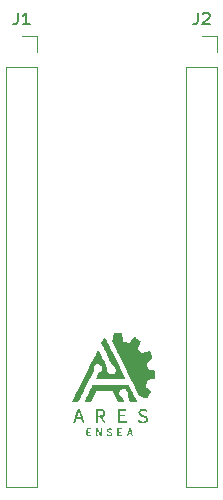
<source format=gbr>
%TF.GenerationSoftware,KiCad,Pcbnew,7.0.6*%
%TF.CreationDate,2024-03-18T09:35:31+01:00*%
%TF.ProjectId,PymonPCB,50796d6f-6e50-4434-922e-6b696361645f,rev?*%
%TF.SameCoordinates,Original*%
%TF.FileFunction,Legend,Top*%
%TF.FilePolarity,Positive*%
%FSLAX46Y46*%
G04 Gerber Fmt 4.6, Leading zero omitted, Abs format (unit mm)*
G04 Created by KiCad (PCBNEW 7.0.6) date 2024-03-18 09:35:31*
%MOMM*%
%LPD*%
G01*
G04 APERTURE LIST*
%ADD10C,0.150000*%
%ADD11C,0.120000*%
G04 APERTURE END LIST*
D10*
X141906666Y-83044819D02*
X141906666Y-83759104D01*
X141906666Y-83759104D02*
X141859047Y-83901961D01*
X141859047Y-83901961D02*
X141763809Y-83997200D01*
X141763809Y-83997200D02*
X141620952Y-84044819D01*
X141620952Y-84044819D02*
X141525714Y-84044819D01*
X142335238Y-83140057D02*
X142382857Y-83092438D01*
X142382857Y-83092438D02*
X142478095Y-83044819D01*
X142478095Y-83044819D02*
X142716190Y-83044819D01*
X142716190Y-83044819D02*
X142811428Y-83092438D01*
X142811428Y-83092438D02*
X142859047Y-83140057D01*
X142859047Y-83140057D02*
X142906666Y-83235295D01*
X142906666Y-83235295D02*
X142906666Y-83330533D01*
X142906666Y-83330533D02*
X142859047Y-83473390D01*
X142859047Y-83473390D02*
X142287619Y-84044819D01*
X142287619Y-84044819D02*
X142906666Y-84044819D01*
X126666666Y-83044819D02*
X126666666Y-83759104D01*
X126666666Y-83759104D02*
X126619047Y-83901961D01*
X126619047Y-83901961D02*
X126523809Y-83997200D01*
X126523809Y-83997200D02*
X126380952Y-84044819D01*
X126380952Y-84044819D02*
X126285714Y-84044819D01*
X127666666Y-84044819D02*
X127095238Y-84044819D01*
X127380952Y-84044819D02*
X127380952Y-83044819D01*
X127380952Y-83044819D02*
X127285714Y-83187676D01*
X127285714Y-83187676D02*
X127190476Y-83282914D01*
X127190476Y-83282914D02*
X127095238Y-83330533D01*
%TO.C,G\u002A\u002A\u002A*%
G36*
X133546742Y-118493000D02*
G01*
X133669322Y-118733000D01*
X133672161Y-118493000D01*
X133675000Y-118253000D01*
X133715000Y-118253000D01*
X133755000Y-118253000D01*
X133755000Y-118578000D01*
X133755000Y-118903000D01*
X133706354Y-118903000D01*
X133657709Y-118903000D01*
X133535046Y-118663000D01*
X133412383Y-118423000D01*
X133413691Y-118663000D01*
X133415000Y-118903000D01*
X133372408Y-118906079D01*
X133339513Y-118905152D01*
X133324894Y-118896312D01*
X133324762Y-118895987D01*
X133323601Y-118883059D01*
X133322700Y-118852653D01*
X133322078Y-118807289D01*
X133321752Y-118749488D01*
X133321743Y-118681769D01*
X133322067Y-118606653D01*
X133322354Y-118567908D01*
X133325000Y-118253000D01*
X133374581Y-118253000D01*
X133424163Y-118253000D01*
X133546742Y-118493000D01*
G37*
G36*
X132885000Y-118293000D02*
G01*
X132885000Y-118333000D01*
X132732500Y-118335760D01*
X132580000Y-118338520D01*
X132580000Y-118427970D01*
X132580000Y-118517419D01*
X132712500Y-118520209D01*
X132845000Y-118523000D01*
X132845000Y-118563000D01*
X132845000Y-118603000D01*
X132712500Y-118605790D01*
X132580000Y-118608580D01*
X132580000Y-118713036D01*
X132580000Y-118817492D01*
X132737500Y-118820246D01*
X132895000Y-118823000D01*
X132895000Y-118863000D01*
X132895000Y-118903000D01*
X132692265Y-118905707D01*
X132620112Y-118906391D01*
X132565807Y-118906187D01*
X132527215Y-118904993D01*
X132502202Y-118902703D01*
X132488630Y-118899216D01*
X132484620Y-118895615D01*
X132483494Y-118882782D01*
X132482625Y-118852466D01*
X132482030Y-118807185D01*
X132481727Y-118749454D01*
X132481733Y-118681791D01*
X132482066Y-118606712D01*
X132482354Y-118567908D01*
X132485000Y-118253000D01*
X132685000Y-118253000D01*
X132885000Y-118253000D01*
X132885000Y-118293000D01*
G37*
G36*
X135505000Y-118293000D02*
G01*
X135505000Y-118333000D01*
X135352500Y-118335760D01*
X135200000Y-118338520D01*
X135200000Y-118427970D01*
X135200000Y-118517419D01*
X135332500Y-118520209D01*
X135465000Y-118523000D01*
X135465000Y-118563000D01*
X135465000Y-118603000D01*
X135332500Y-118605790D01*
X135200000Y-118608580D01*
X135200000Y-118713036D01*
X135200000Y-118817492D01*
X135357500Y-118820246D01*
X135515000Y-118823000D01*
X135515000Y-118863000D01*
X135515000Y-118903000D01*
X135312265Y-118905707D01*
X135240112Y-118906391D01*
X135185807Y-118906187D01*
X135147215Y-118904993D01*
X135122202Y-118902703D01*
X135108630Y-118899216D01*
X135104620Y-118895615D01*
X135103494Y-118882782D01*
X135102625Y-118852466D01*
X135102030Y-118807185D01*
X135101727Y-118749454D01*
X135101733Y-118681791D01*
X135102066Y-118606712D01*
X135102354Y-118567908D01*
X135105000Y-118253000D01*
X135305000Y-118253000D01*
X135505000Y-118253000D01*
X135505000Y-118293000D01*
G37*
G36*
X135855000Y-116678000D02*
G01*
X135855000Y-116743000D01*
X135567500Y-116745653D01*
X135280000Y-116748306D01*
X135280000Y-116922975D01*
X135280000Y-117097644D01*
X135522500Y-117100322D01*
X135765000Y-117103000D01*
X135765000Y-117173000D01*
X135765000Y-117243000D01*
X135522500Y-117245677D01*
X135280000Y-117248355D01*
X135280000Y-117453028D01*
X135280000Y-117657702D01*
X135577500Y-117660351D01*
X135875000Y-117663000D01*
X135875000Y-117733000D01*
X135875000Y-117803000D01*
X135497232Y-117805620D01*
X135396064Y-117806187D01*
X135313309Y-117806322D01*
X135247380Y-117805983D01*
X135196694Y-117805128D01*
X135159665Y-117803718D01*
X135134711Y-117801709D01*
X135120245Y-117799061D01*
X135114683Y-117795732D01*
X135114637Y-117795620D01*
X135113802Y-117783572D01*
X135113101Y-117753325D01*
X135112539Y-117706680D01*
X135112123Y-117645439D01*
X135111860Y-117571403D01*
X135111756Y-117486372D01*
X135111819Y-117392148D01*
X135112055Y-117290532D01*
X135112404Y-117198000D01*
X135115000Y-116613000D01*
X135485000Y-116613000D01*
X135855000Y-116613000D01*
X135855000Y-116678000D01*
G37*
G36*
X136213277Y-118253000D02*
G01*
X136321956Y-118572182D01*
X136350095Y-118655848D01*
X136374356Y-118730046D01*
X136394214Y-118793048D01*
X136409145Y-118843128D01*
X136418622Y-118878558D01*
X136422123Y-118897611D01*
X136421675Y-118900324D01*
X136406839Y-118905215D01*
X136380546Y-118906626D01*
X136370455Y-118906141D01*
X136328193Y-118903000D01*
X136298527Y-118810177D01*
X136268860Y-118717355D01*
X136158427Y-118720177D01*
X136047993Y-118723000D01*
X136022930Y-118803000D01*
X136010161Y-118841477D01*
X135998316Y-118873224D01*
X135989459Y-118892819D01*
X135987708Y-118895500D01*
X135972353Y-118902948D01*
X135946585Y-118907331D01*
X135919515Y-118907955D01*
X135900257Y-118904129D01*
X135897664Y-118902331D01*
X135899245Y-118891772D01*
X135906520Y-118865024D01*
X135918594Y-118824778D01*
X135934569Y-118773726D01*
X135953548Y-118714562D01*
X135974633Y-118649978D01*
X135986053Y-118615500D01*
X136082301Y-118615500D01*
X136085384Y-118621996D01*
X136101941Y-118625948D01*
X136134514Y-118627764D01*
X136160000Y-118628000D01*
X136202400Y-118627179D01*
X136227397Y-118624446D01*
X136237530Y-118619391D01*
X136237698Y-118615500D01*
X136233302Y-118601457D01*
X136224605Y-118572422D01*
X136212857Y-118532613D01*
X136199313Y-118486252D01*
X136199128Y-118485614D01*
X136185666Y-118440631D01*
X136173858Y-118403617D01*
X136164934Y-118378263D01*
X136160125Y-118368259D01*
X136160000Y-118368228D01*
X136155464Y-118377239D01*
X136146743Y-118401812D01*
X136135067Y-118438258D01*
X136121666Y-118482883D01*
X136120871Y-118485614D01*
X136107312Y-118532034D01*
X136095533Y-118571956D01*
X136086786Y-118601162D01*
X136082326Y-118615430D01*
X136082301Y-118615500D01*
X135986053Y-118615500D01*
X135996929Y-118582665D01*
X136019537Y-118515317D01*
X136041560Y-118450626D01*
X136062102Y-118391283D01*
X136080266Y-118339982D01*
X136095153Y-118299415D01*
X136105868Y-118272274D01*
X136111151Y-118261612D01*
X136131935Y-118251290D01*
X136168263Y-118250018D01*
X136213277Y-118253000D01*
G37*
G36*
X134497893Y-118249116D02*
G01*
X134549302Y-118264594D01*
X134595873Y-118293015D01*
X134608064Y-118302848D01*
X134641128Y-118330727D01*
X134614712Y-118358300D01*
X134588296Y-118385872D01*
X134546648Y-118362192D01*
X134485293Y-118337387D01*
X134422772Y-118331071D01*
X134381959Y-118337472D01*
X134345909Y-118353044D01*
X134326210Y-118377887D01*
X134320007Y-118415684D01*
X134320000Y-118417440D01*
X134322051Y-118436235D01*
X134329936Y-118452517D01*
X134346249Y-118468279D01*
X134373586Y-118485511D01*
X134414541Y-118506207D01*
X134466945Y-118530228D01*
X134512680Y-118551932D01*
X134554328Y-118573899D01*
X134586820Y-118593330D01*
X134603303Y-118605614D01*
X134639017Y-118650862D01*
X134656862Y-118700269D01*
X134657674Y-118750907D01*
X134642287Y-118799850D01*
X134611534Y-118844169D01*
X134566251Y-118880937D01*
X134518369Y-118903575D01*
X134475310Y-118913077D01*
X134422833Y-118916679D01*
X134370694Y-118914177D01*
X134335000Y-118907417D01*
X134309509Y-118897296D01*
X134277703Y-118881097D01*
X134244877Y-118862011D01*
X134216329Y-118843228D01*
X134197356Y-118827937D01*
X134192769Y-118821758D01*
X134196431Y-118807702D01*
X134209951Y-118786226D01*
X134215901Y-118778751D01*
X134233299Y-118759140D01*
X134244409Y-118753178D01*
X134255772Y-118759170D01*
X134263815Y-118766323D01*
X134305497Y-118795140D01*
X134354600Y-118814807D01*
X134406632Y-118825025D01*
X134457097Y-118825496D01*
X134501501Y-118815921D01*
X134535350Y-118796000D01*
X134544968Y-118785009D01*
X134558669Y-118749371D01*
X134554507Y-118711406D01*
X134540358Y-118685726D01*
X134522202Y-118670572D01*
X134489826Y-118651074D01*
X134447767Y-118629823D01*
X134422858Y-118618630D01*
X134350556Y-118584748D01*
X134296144Y-118552377D01*
X134257787Y-118519723D01*
X134233652Y-118484988D01*
X134221904Y-118446376D01*
X134220037Y-118420003D01*
X134229009Y-118364514D01*
X134254771Y-118317723D01*
X134295438Y-118281169D01*
X134349123Y-118256395D01*
X134413941Y-118244941D01*
X134435000Y-118244332D01*
X134497893Y-118249116D01*
G37*
G36*
X133616619Y-116613159D02*
G01*
X133681032Y-116613748D01*
X133731033Y-116614927D01*
X133769412Y-116616860D01*
X133798964Y-116619709D01*
X133822481Y-116623638D01*
X133842755Y-116628807D01*
X133851026Y-116631405D01*
X133920676Y-116663629D01*
X133980976Y-116710083D01*
X134027533Y-116767249D01*
X134033749Y-116777751D01*
X134048753Y-116806711D01*
X134058313Y-116833000D01*
X134063932Y-116863168D01*
X134067114Y-116903769D01*
X134068174Y-116927751D01*
X134069199Y-116978215D01*
X134067137Y-117015734D01*
X134061185Y-117047232D01*
X134050604Y-117079470D01*
X134013831Y-117149462D01*
X133961268Y-117208002D01*
X133894720Y-117253149D01*
X133884309Y-117258329D01*
X133852768Y-117274303D01*
X133829908Y-117287638D01*
X133820295Y-117295649D01*
X133820236Y-117296010D01*
X133825157Y-117306122D01*
X133838940Y-117331224D01*
X133860305Y-117369069D01*
X133887973Y-117417410D01*
X133920663Y-117473999D01*
X133957095Y-117536589D01*
X133963764Y-117548000D01*
X134000548Y-117611384D01*
X134033550Y-117669202D01*
X134061532Y-117719206D01*
X134083255Y-117759150D01*
X134097481Y-117786785D01*
X134102972Y-117799865D01*
X134102938Y-117800500D01*
X134091759Y-117803848D01*
X134065375Y-117806426D01*
X134028576Y-117807843D01*
X134010602Y-117808000D01*
X133922385Y-117808000D01*
X133780000Y-117558000D01*
X133637614Y-117308000D01*
X133538982Y-117308000D01*
X133440349Y-117308000D01*
X133437674Y-117555500D01*
X133435000Y-117803000D01*
X133357348Y-117805923D01*
X133313956Y-117806439D01*
X133287640Y-117803789D01*
X133275679Y-117797644D01*
X133274753Y-117795923D01*
X133273898Y-117783818D01*
X133273176Y-117753516D01*
X133272595Y-117706819D01*
X133272163Y-117645529D01*
X133271886Y-117571449D01*
X133271771Y-117486380D01*
X133271826Y-117392126D01*
X133272057Y-117290488D01*
X133272404Y-117198000D01*
X133274409Y-116746242D01*
X133440000Y-116746242D01*
X133440000Y-116958380D01*
X133440000Y-117170519D01*
X133582500Y-117165415D01*
X133659597Y-117161362D01*
X133718364Y-117155296D01*
X133760384Y-117147035D01*
X133772045Y-117143370D01*
X133816126Y-117119989D01*
X133854950Y-117085823D01*
X133883459Y-117046200D01*
X133895612Y-117013254D01*
X133900376Y-116960943D01*
X133896757Y-116907561D01*
X133885712Y-116860120D01*
X133870416Y-116828585D01*
X133848554Y-116802904D01*
X133822366Y-116783424D01*
X133788851Y-116769275D01*
X133745008Y-116759593D01*
X133687835Y-116753508D01*
X133614332Y-116750156D01*
X133597500Y-116749739D01*
X133440000Y-116746242D01*
X133274409Y-116746242D01*
X133275000Y-116613000D01*
X133535000Y-116613000D01*
X133616619Y-116613159D01*
G37*
G36*
X137366743Y-116591746D02*
G01*
X137434344Y-116608804D01*
X137501378Y-116634913D01*
X137561816Y-116667212D01*
X137609626Y-116702839D01*
X137617932Y-116710923D01*
X137648967Y-116743000D01*
X137606413Y-116791994D01*
X137563859Y-116840988D01*
X137495849Y-116799969D01*
X137427214Y-116764963D01*
X137359593Y-116745095D01*
X137285657Y-116738566D01*
X137249316Y-116739451D01*
X137177568Y-116749337D01*
X137122036Y-116770841D01*
X137082590Y-116804056D01*
X137059101Y-116849075D01*
X137052786Y-116880200D01*
X137051960Y-116917129D01*
X137059697Y-116949291D01*
X137077832Y-116978442D01*
X137108199Y-117006334D01*
X137152633Y-117034721D01*
X137212966Y-117065358D01*
X137275862Y-117093505D01*
X137364440Y-117132192D01*
X137436513Y-117165139D01*
X137494258Y-117193747D01*
X137539852Y-117219418D01*
X137575473Y-117243552D01*
X137603297Y-117267552D01*
X137625500Y-117292817D01*
X137644261Y-117320750D01*
X137653143Y-117336362D01*
X137680764Y-117406350D01*
X137689842Y-117477877D01*
X137681460Y-117548626D01*
X137656700Y-117616280D01*
X137616644Y-117678523D01*
X137562373Y-117733038D01*
X137494971Y-117777507D01*
X137435000Y-117803379D01*
X137381463Y-117816202D01*
X137315563Y-117823483D01*
X137244184Y-117825116D01*
X137174207Y-117820999D01*
X137112517Y-117811028D01*
X137102017Y-117808386D01*
X137007138Y-117774548D01*
X136922026Y-117727766D01*
X136866660Y-117684975D01*
X136820060Y-117643000D01*
X136869417Y-117588000D01*
X136897197Y-117558800D01*
X136916054Y-117543816D01*
X136928790Y-117541061D01*
X136932887Y-117543000D01*
X136988173Y-117581251D01*
X137032094Y-117609266D01*
X137068780Y-117629452D01*
X137102365Y-117644215D01*
X137114008Y-117648496D01*
X137185842Y-117667358D01*
X137257723Y-117674642D01*
X137326364Y-117670960D01*
X137388479Y-117656921D01*
X137440781Y-117633136D01*
X137479984Y-117600215D01*
X137495150Y-117577708D01*
X137507043Y-117538491D01*
X137509698Y-117491077D01*
X137503393Y-117444507D01*
X137490054Y-117410408D01*
X137479999Y-117395515D01*
X137467848Y-117382033D01*
X137451270Y-117368627D01*
X137427936Y-117353960D01*
X137395514Y-117336697D01*
X137351676Y-117315499D01*
X137294091Y-117289032D01*
X137221891Y-117256611D01*
X137136827Y-117217175D01*
X137068536Y-117181868D01*
X137014670Y-117148968D01*
X136972876Y-117116749D01*
X136940806Y-117083488D01*
X136916109Y-117047460D01*
X136903493Y-117023030D01*
X136886552Y-116969127D01*
X136879862Y-116907590D01*
X136883958Y-116847662D01*
X136891586Y-116816992D01*
X136924659Y-116749755D01*
X136973370Y-116692359D01*
X137035361Y-116645923D01*
X137108273Y-116611565D01*
X137189747Y-116590402D01*
X137277423Y-116583554D01*
X137366743Y-116591746D01*
G37*
G36*
X131908798Y-116609997D02*
G01*
X131925433Y-116613407D01*
X131934897Y-116620107D01*
X131939861Y-116627740D01*
X131944940Y-116640686D01*
X131955775Y-116670893D01*
X131971782Y-116716651D01*
X131992375Y-116776253D01*
X132016969Y-116847991D01*
X132044977Y-116930158D01*
X132075814Y-117021045D01*
X132108896Y-117118944D01*
X132143636Y-117222148D01*
X132144218Y-117223879D01*
X132188879Y-117357360D01*
X132226990Y-117472455D01*
X132258695Y-117569625D01*
X132284139Y-117649331D01*
X132303464Y-117712034D01*
X132316815Y-117758195D01*
X132324336Y-117788274D01*
X132326170Y-117802732D01*
X132325424Y-117804220D01*
X132310124Y-117806087D01*
X132280654Y-117806793D01*
X132242816Y-117806229D01*
X132234638Y-117805949D01*
X132156045Y-117803000D01*
X132101426Y-117625500D01*
X132046807Y-117448000D01*
X131839201Y-117448000D01*
X131631594Y-117448000D01*
X131586783Y-117590500D01*
X131570394Y-117642750D01*
X131555669Y-117689951D01*
X131543885Y-117727982D01*
X131536325Y-117752721D01*
X131534761Y-117758000D01*
X131525742Y-117782374D01*
X131512850Y-117797282D01*
X131491496Y-117804989D01*
X131457092Y-117807758D01*
X131433461Y-117808000D01*
X131388494Y-117806389D01*
X131362493Y-117801476D01*
X131354952Y-117795500D01*
X131357285Y-117784046D01*
X131365529Y-117755318D01*
X131379148Y-117710974D01*
X131397607Y-117652673D01*
X131420371Y-117582072D01*
X131446905Y-117500831D01*
X131476673Y-117410608D01*
X131509141Y-117313061D01*
X131512895Y-117301872D01*
X131680000Y-117301872D01*
X131689441Y-117303941D01*
X131715536Y-117305711D01*
X131754935Y-117307055D01*
X131804294Y-117307845D01*
X131840000Y-117308000D01*
X131894022Y-117307646D01*
X131940254Y-117306670D01*
X131975348Y-117305196D01*
X131995957Y-117303350D01*
X132000000Y-117302015D01*
X131997177Y-117291165D01*
X131989252Y-117263931D01*
X131977042Y-117223030D01*
X131961362Y-117171183D01*
X131943028Y-117111110D01*
X131930246Y-117069495D01*
X131910124Y-117003676D01*
X131891714Y-116942561D01*
X131875942Y-116889302D01*
X131863737Y-116847046D01*
X131856024Y-116818945D01*
X131853996Y-116810480D01*
X131847136Y-116785907D01*
X131839770Y-116780396D01*
X131831307Y-116794223D01*
X131821717Y-116825500D01*
X131815100Y-116849171D01*
X131803664Y-116888359D01*
X131788481Y-116939463D01*
X131770622Y-116998887D01*
X131751159Y-117063031D01*
X131744643Y-117084372D01*
X131725853Y-117146077D01*
X131709211Y-117201237D01*
X131695557Y-117247026D01*
X131685731Y-117280615D01*
X131680573Y-117299180D01*
X131680000Y-117301872D01*
X131512895Y-117301872D01*
X131543773Y-117209849D01*
X131547766Y-117198000D01*
X131745000Y-116613000D01*
X131836951Y-116610132D01*
X131880726Y-116609149D01*
X131908798Y-116609997D01*
G37*
G36*
X134690846Y-114548005D02*
G01*
X134868110Y-114548031D01*
X135027408Y-114548091D01*
X135169753Y-114548199D01*
X135296164Y-114548368D01*
X135407656Y-114548612D01*
X135505245Y-114548944D01*
X135589947Y-114549379D01*
X135662779Y-114549930D01*
X135724757Y-114550610D01*
X135776897Y-114551433D01*
X135820215Y-114552413D01*
X135855728Y-114553563D01*
X135884451Y-114554897D01*
X135907401Y-114556429D01*
X135925595Y-114558172D01*
X135940047Y-114560140D01*
X135951776Y-114562347D01*
X135961796Y-114564806D01*
X135971124Y-114567530D01*
X135972077Y-114567824D01*
X135992383Y-114574084D01*
X136010429Y-114580274D01*
X136026986Y-114587605D01*
X136042820Y-114597290D01*
X136058702Y-114610541D01*
X136075400Y-114628571D01*
X136093683Y-114652591D01*
X136114319Y-114683814D01*
X136138078Y-114723453D01*
X136165727Y-114772719D01*
X136198036Y-114832825D01*
X136235773Y-114904984D01*
X136279708Y-114990407D01*
X136330608Y-115090307D01*
X136389243Y-115205896D01*
X136439164Y-115304415D01*
X136493044Y-115410842D01*
X136544266Y-115512225D01*
X136592113Y-115607130D01*
X136635865Y-115694120D01*
X136674804Y-115771760D01*
X136708211Y-115838616D01*
X136735367Y-115893252D01*
X136755553Y-115934232D01*
X136768052Y-115960122D01*
X136772138Y-115969356D01*
X136770397Y-115973683D01*
X136762127Y-115977497D01*
X136745695Y-115980923D01*
X136719468Y-115984087D01*
X136681814Y-115987115D01*
X136631098Y-115990133D01*
X136565689Y-115993268D01*
X136483952Y-115996644D01*
X136384254Y-116000389D01*
X136356939Y-116001375D01*
X136198878Y-116007050D01*
X136085325Y-115777795D01*
X136044983Y-115695609D01*
X136013217Y-115628602D01*
X135989276Y-115574260D01*
X135972405Y-115530071D01*
X135961853Y-115493524D01*
X135956868Y-115462104D01*
X135956696Y-115433300D01*
X135960585Y-115404598D01*
X135966144Y-115379904D01*
X135978714Y-115292604D01*
X135973193Y-115207696D01*
X135950679Y-115127723D01*
X135912270Y-115055224D01*
X135859063Y-114992743D01*
X135792156Y-114942821D01*
X135772805Y-114932289D01*
X135741708Y-114917729D01*
X135714401Y-114908945D01*
X135683776Y-114904529D01*
X135642722Y-114903071D01*
X135625000Y-114903000D01*
X135577461Y-114903908D01*
X135542465Y-114907552D01*
X135512600Y-114915310D01*
X135480457Y-114928561D01*
X135475698Y-114930771D01*
X135398465Y-114976098D01*
X135338370Y-115031689D01*
X135295453Y-115097487D01*
X135269758Y-115173433D01*
X135262452Y-115226160D01*
X135265436Y-115313113D01*
X135287198Y-115393297D01*
X135327588Y-115466397D01*
X135386453Y-115532098D01*
X135424396Y-115563294D01*
X135473652Y-115601282D01*
X135511825Y-115634817D01*
X135542290Y-115668316D01*
X135568421Y-115706201D01*
X135593595Y-115752891D01*
X135621187Y-115812805D01*
X135629519Y-115831890D01*
X135650106Y-115880716D01*
X135666927Y-115923192D01*
X135678718Y-115955916D01*
X135684217Y-115975485D01*
X135684218Y-115979265D01*
X135673157Y-115981621D01*
X135644806Y-115983737D01*
X135601872Y-115985522D01*
X135547066Y-115986886D01*
X135483094Y-115987741D01*
X135420634Y-115988000D01*
X135339751Y-115987830D01*
X135276658Y-115987244D01*
X135229147Y-115986120D01*
X135195008Y-115984341D01*
X135172035Y-115981788D01*
X135158019Y-115978341D01*
X135150752Y-115973882D01*
X135150362Y-115973436D01*
X135143506Y-115961823D01*
X135128536Y-115934177D01*
X135106390Y-115892302D01*
X135078008Y-115838000D01*
X135044327Y-115773072D01*
X135006284Y-115699322D01*
X134964820Y-115618553D01*
X134920870Y-115532565D01*
X134920039Y-115530936D01*
X134867634Y-115428462D01*
X134823306Y-115342487D01*
X134786263Y-115271587D01*
X134755711Y-115214336D01*
X134730859Y-115169309D01*
X134710911Y-115135080D01*
X134695076Y-115110224D01*
X134682561Y-115093315D01*
X134672572Y-115082930D01*
X134669422Y-115080500D01*
X134637042Y-115058000D01*
X133990264Y-115058000D01*
X133343486Y-115058000D01*
X133322749Y-115080500D01*
X133314302Y-115093684D01*
X133297923Y-115122991D01*
X133274547Y-115166620D01*
X133245111Y-115222766D01*
X133210551Y-115289627D01*
X133171804Y-115365402D01*
X133129805Y-115448286D01*
X133085493Y-115536479D01*
X133075984Y-115555500D01*
X132849956Y-116008000D01*
X132580568Y-116008000D01*
X132501798Y-116007656D01*
X132433522Y-116006670D01*
X132377751Y-116005112D01*
X132336496Y-116003051D01*
X132311769Y-116000556D01*
X132305317Y-115998514D01*
X132308719Y-115988236D01*
X132320422Y-115961526D01*
X132339732Y-115919814D01*
X132365959Y-115864533D01*
X132398409Y-115797114D01*
X132436390Y-115718987D01*
X132479210Y-115631586D01*
X132526177Y-115536341D01*
X132576598Y-115434683D01*
X132623298Y-115341014D01*
X132676677Y-115234033D01*
X132727630Y-115131583D01*
X132775417Y-115035175D01*
X132819296Y-114946320D01*
X132858526Y-114866528D01*
X132892366Y-114797310D01*
X132920075Y-114740177D01*
X132940911Y-114696639D01*
X132954135Y-114668208D01*
X132958802Y-114657149D01*
X132981843Y-114614450D01*
X133018003Y-114578401D01*
X133053150Y-114558636D01*
X133065970Y-114556962D01*
X133095360Y-114555438D01*
X133141618Y-114554064D01*
X133205040Y-114552835D01*
X133285922Y-114551752D01*
X133384561Y-114550810D01*
X133501253Y-114550008D01*
X133636294Y-114549343D01*
X133789982Y-114548815D01*
X133962611Y-114548419D01*
X134154480Y-114548155D01*
X134365883Y-114548020D01*
X134494597Y-114548000D01*
X134690846Y-114548005D01*
G37*
G36*
X134048775Y-110644987D02*
G01*
X134090911Y-110667399D01*
X134126585Y-110699646D01*
X134135602Y-110713550D01*
X134153282Y-110745327D01*
X134179563Y-110794855D01*
X134214385Y-110862012D01*
X134257684Y-110946674D01*
X134309399Y-111048719D01*
X134369469Y-111168025D01*
X134437832Y-111304468D01*
X134514425Y-111457925D01*
X134599188Y-111628275D01*
X134692059Y-111815393D01*
X134792975Y-112019158D01*
X134901875Y-112239447D01*
X134940666Y-112318000D01*
X135040081Y-112519426D01*
X135130969Y-112703704D01*
X135213698Y-112871597D01*
X135288636Y-113023870D01*
X135356149Y-113161287D01*
X135416605Y-113284612D01*
X135470372Y-113394610D01*
X135517817Y-113492045D01*
X135559307Y-113577681D01*
X135595211Y-113652284D01*
X135625895Y-113716617D01*
X135651727Y-113771445D01*
X135673075Y-113817531D01*
X135690305Y-113855642D01*
X135703786Y-113886540D01*
X135713885Y-113910990D01*
X135720969Y-113929757D01*
X135725405Y-113943606D01*
X135727562Y-113953299D01*
X135727808Y-113955380D01*
X135726806Y-114002077D01*
X135712557Y-114037139D01*
X135682546Y-114064728D01*
X135651656Y-114081435D01*
X135605000Y-114103000D01*
X134512220Y-114105836D01*
X134336291Y-114106315D01*
X134179262Y-114106747D01*
X134040033Y-114107073D01*
X133917502Y-114107230D01*
X133810570Y-114107158D01*
X133718137Y-114106797D01*
X133639102Y-114106085D01*
X133572364Y-114104963D01*
X133516824Y-114103368D01*
X133471381Y-114101241D01*
X133434934Y-114098521D01*
X133406384Y-114095146D01*
X133384631Y-114091057D01*
X133368573Y-114086192D01*
X133357110Y-114080490D01*
X133349143Y-114073892D01*
X133343570Y-114066335D01*
X133339292Y-114057760D01*
X133335208Y-114048105D01*
X133331870Y-114040660D01*
X133324204Y-114022561D01*
X133321063Y-114005837D01*
X133322685Y-113984876D01*
X133329304Y-113954069D01*
X133336755Y-113924732D01*
X133350285Y-113879503D01*
X133369224Y-113825499D01*
X133391713Y-113767154D01*
X133415896Y-113708900D01*
X133439914Y-113655169D01*
X133461909Y-113610396D01*
X133480025Y-113579012D01*
X133483962Y-113573471D01*
X133504085Y-113553871D01*
X133535863Y-113530136D01*
X133572980Y-113506910D01*
X133579092Y-113503497D01*
X133651809Y-113454879D01*
X133713256Y-113396096D01*
X133759244Y-113331203D01*
X133761572Y-113326920D01*
X133772216Y-113304553D01*
X133779089Y-113281958D01*
X133782981Y-113253942D01*
X133784684Y-113215311D01*
X133785000Y-113173000D01*
X133784550Y-113122658D01*
X133782570Y-113086643D01*
X133778107Y-113059288D01*
X133770214Y-113034928D01*
X133757939Y-113007898D01*
X133756996Y-113005973D01*
X133717510Y-112945570D01*
X133663743Y-112891869D01*
X133601357Y-112850057D01*
X133572016Y-112836517D01*
X133504198Y-112817965D01*
X133430756Y-112811880D01*
X133358571Y-112818183D01*
X133294526Y-112836793D01*
X133287819Y-112839800D01*
X133217588Y-112882447D01*
X133157898Y-112938242D01*
X133112740Y-113003253D01*
X133104112Y-113020656D01*
X133094150Y-113043421D01*
X133086672Y-113064385D01*
X133081444Y-113086652D01*
X133078232Y-113113322D01*
X133076803Y-113147497D01*
X133076923Y-113192279D01*
X133078357Y-113250770D01*
X133080873Y-113326071D01*
X133080941Y-113328000D01*
X133083931Y-113413000D01*
X132447461Y-114692003D01*
X132372802Y-114841972D01*
X132300521Y-114987046D01*
X132231123Y-115126214D01*
X132165116Y-115258466D01*
X132103006Y-115382791D01*
X132045299Y-115498177D01*
X131992502Y-115603614D01*
X131945122Y-115698092D01*
X131903664Y-115780599D01*
X131868636Y-115850124D01*
X131840543Y-115905657D01*
X131819893Y-115946187D01*
X131807192Y-115970703D01*
X131802996Y-115978225D01*
X131790593Y-115980928D01*
X131761574Y-115983499D01*
X131719087Y-115985884D01*
X131666279Y-115988025D01*
X131606297Y-115989868D01*
X131542290Y-115991355D01*
X131477403Y-115992431D01*
X131414786Y-115993039D01*
X131357585Y-115993125D01*
X131308947Y-115992631D01*
X131272020Y-115991502D01*
X131249952Y-115989681D01*
X131245097Y-115988158D01*
X131248950Y-115978437D01*
X131261377Y-115951832D01*
X131281900Y-115909290D01*
X131310042Y-115851759D01*
X131345322Y-115780189D01*
X131387264Y-115695528D01*
X131435388Y-115598724D01*
X131489216Y-115490726D01*
X131548270Y-115372482D01*
X131612071Y-115244941D01*
X131680140Y-115109051D01*
X131752000Y-114965761D01*
X131827172Y-114816020D01*
X131905177Y-114660775D01*
X131985537Y-114500976D01*
X132067774Y-114337570D01*
X132151409Y-114171507D01*
X132235963Y-114003735D01*
X132320959Y-113835202D01*
X132405918Y-113666857D01*
X132490361Y-113499649D01*
X132573809Y-113334525D01*
X132655785Y-113172435D01*
X132735811Y-113014326D01*
X132813407Y-112861148D01*
X132888095Y-112713849D01*
X132959396Y-112573377D01*
X133026833Y-112440681D01*
X133089927Y-112316710D01*
X133148199Y-112202412D01*
X133201171Y-112098734D01*
X133248365Y-112006627D01*
X133289302Y-111927038D01*
X133323503Y-111860917D01*
X133350491Y-111809210D01*
X133369786Y-111772868D01*
X133380911Y-111752838D01*
X133383283Y-111749211D01*
X133408502Y-111728110D01*
X133437500Y-111711577D01*
X133477009Y-111704853D01*
X133516960Y-111718013D01*
X133557098Y-111750956D01*
X133568865Y-111764350D01*
X133578473Y-111779517D01*
X133596130Y-111811117D01*
X133621057Y-111857637D01*
X133652476Y-111917563D01*
X133689609Y-111989383D01*
X133731675Y-112071582D01*
X133777898Y-112162648D01*
X133827498Y-112261068D01*
X133879696Y-112365327D01*
X133927894Y-112462178D01*
X134255000Y-113121357D01*
X134252166Y-113250332D01*
X134252427Y-113330558D01*
X134257746Y-113395256D01*
X134269037Y-113448466D01*
X134287216Y-113494227D01*
X134313197Y-113536578D01*
X134318677Y-113544024D01*
X134374183Y-113602571D01*
X134438839Y-113645533D01*
X134509856Y-113673156D01*
X134584449Y-113685686D01*
X134659830Y-113683368D01*
X134733212Y-113666449D01*
X134801809Y-113635174D01*
X134862835Y-113589791D01*
X134913501Y-113530544D01*
X134937295Y-113489415D01*
X134950734Y-113459685D01*
X134958962Y-113433037D01*
X134963178Y-113402826D01*
X134964580Y-113362410D01*
X134964608Y-113338000D01*
X134963067Y-113283842D01*
X134958235Y-113242362D01*
X134949020Y-113206358D01*
X134941571Y-113185983D01*
X134916625Y-113137780D01*
X134881713Y-113089258D01*
X134841808Y-113046278D01*
X134801880Y-113014701D01*
X134791057Y-113008539D01*
X134765968Y-112991876D01*
X134734456Y-112965650D01*
X134703180Y-112935423D01*
X134702075Y-112934258D01*
X134692819Y-112923875D01*
X134682960Y-112911339D01*
X134671932Y-112895573D01*
X134659173Y-112875498D01*
X134644119Y-112850036D01*
X134626205Y-112818112D01*
X134604869Y-112778645D01*
X134579545Y-112730559D01*
X134549671Y-112672777D01*
X134514683Y-112604220D01*
X134474016Y-112523811D01*
X134427107Y-112430471D01*
X134373393Y-112323124D01*
X134312309Y-112200692D01*
X134243291Y-112062097D01*
X134194643Y-111964308D01*
X134114492Y-111802948D01*
X134043089Y-111658753D01*
X133980116Y-111531063D01*
X133925257Y-111419216D01*
X133878194Y-111322550D01*
X133838610Y-111240403D01*
X133806188Y-111172114D01*
X133780610Y-111117021D01*
X133761560Y-111074462D01*
X133748719Y-111043777D01*
X133741771Y-111024302D01*
X133740237Y-111016586D01*
X133747310Y-110974433D01*
X133767798Y-110918593D01*
X133801347Y-110849884D01*
X133846173Y-110771487D01*
X133881182Y-110717154D01*
X133911566Y-110679018D01*
X133940116Y-110654704D01*
X133969626Y-110641836D01*
X134002886Y-110638037D01*
X134002996Y-110638037D01*
X134048775Y-110644987D01*
G37*
G36*
X135235264Y-110208230D02*
G01*
X135308367Y-110208886D01*
X135372577Y-110209911D01*
X135425529Y-110211249D01*
X135464858Y-110212844D01*
X135488198Y-110214640D01*
X135493751Y-110215979D01*
X135496289Y-110227448D01*
X135501241Y-110256364D01*
X135508242Y-110300366D01*
X135516931Y-110357095D01*
X135526944Y-110424191D01*
X135537918Y-110499295D01*
X135546212Y-110557011D01*
X135558231Y-110639162D01*
X135569666Y-110713385D01*
X135580149Y-110777559D01*
X135589314Y-110829566D01*
X135596793Y-110867284D01*
X135602219Y-110888596D01*
X135604370Y-110892636D01*
X135667427Y-110909122D01*
X135738842Y-110929760D01*
X135811935Y-110952464D01*
X135880025Y-110975147D01*
X135936432Y-110995721D01*
X135944229Y-110998799D01*
X135985357Y-111014351D01*
X136019506Y-111025537D01*
X136042573Y-111031120D01*
X136050247Y-111030770D01*
X136137421Y-110931021D01*
X136217711Y-110839199D01*
X136290325Y-110756206D01*
X136354475Y-110682944D01*
X136409368Y-110620315D01*
X136454216Y-110569220D01*
X136488227Y-110530562D01*
X136510612Y-110505242D01*
X136520269Y-110494490D01*
X136525617Y-110489836D01*
X136532222Y-110487948D01*
X136541798Y-110489956D01*
X136556058Y-110496993D01*
X136576717Y-110510188D01*
X136605488Y-110530674D01*
X136644085Y-110559582D01*
X136694222Y-110598043D01*
X136757614Y-110647188D01*
X136791287Y-110673375D01*
X136853489Y-110721822D01*
X136910933Y-110766662D01*
X136961629Y-110806335D01*
X137003588Y-110839281D01*
X137034822Y-110863938D01*
X137053340Y-110878746D01*
X137057383Y-110882126D01*
X137059356Y-110889116D01*
X137057368Y-110904194D01*
X137050900Y-110928924D01*
X137039434Y-110964870D01*
X137022452Y-111013596D01*
X136999436Y-111076665D01*
X136969866Y-111155642D01*
X136944962Y-111221305D01*
X136820156Y-111549128D01*
X136910256Y-111634870D01*
X136951628Y-111675741D01*
X136993461Y-111719613D01*
X137030257Y-111760587D01*
X137051972Y-111786806D01*
X137076322Y-111817960D01*
X137095998Y-111842997D01*
X137107730Y-111857762D01*
X137109293Y-111859662D01*
X137120000Y-111859068D01*
X137148070Y-111854512D01*
X137191353Y-111846425D01*
X137247699Y-111835235D01*
X137314958Y-111821370D01*
X137390981Y-111805260D01*
X137473617Y-111787333D01*
X137490000Y-111783732D01*
X137594591Y-111760920D01*
X137680844Y-111742618D01*
X137749855Y-111728624D01*
X137802723Y-111718733D01*
X137840545Y-111712741D01*
X137864418Y-111710446D01*
X137875441Y-111711642D01*
X137876014Y-111712070D01*
X137881407Y-111723297D01*
X137892330Y-111750525D01*
X137907743Y-111790865D01*
X137926607Y-111841426D01*
X137947884Y-111899321D01*
X137970533Y-111961659D01*
X137993516Y-112025551D01*
X138015792Y-112088107D01*
X138036323Y-112146439D01*
X138054069Y-112197657D01*
X138067991Y-112238871D01*
X138077049Y-112267192D01*
X138080205Y-112279716D01*
X138073092Y-112287150D01*
X138053213Y-112306067D01*
X138022659Y-112334563D01*
X137983519Y-112370732D01*
X137937885Y-112412670D01*
X137887847Y-112458470D01*
X137835497Y-112506229D01*
X137782925Y-112554040D01*
X137732222Y-112599999D01*
X137685478Y-112642201D01*
X137644785Y-112678740D01*
X137612233Y-112707711D01*
X137589913Y-112727209D01*
X137581124Y-112734487D01*
X137582322Y-112744608D01*
X137588369Y-112770179D01*
X137598317Y-112807507D01*
X137611219Y-112852901D01*
X137613360Y-112860209D01*
X137629367Y-112918046D01*
X137645184Y-112981241D01*
X137659907Y-113045519D01*
X137672637Y-113106609D01*
X137682470Y-113160235D01*
X137688506Y-113202126D01*
X137690000Y-113223507D01*
X137691497Y-113242079D01*
X137694279Y-113248000D01*
X137707690Y-113250064D01*
X137737330Y-113255840D01*
X137780343Y-113264699D01*
X137833876Y-113276014D01*
X137895073Y-113289155D01*
X137961080Y-113303496D01*
X138029043Y-113318409D01*
X138096107Y-113333264D01*
X138159417Y-113347435D01*
X138216119Y-113360294D01*
X138263358Y-113371213D01*
X138298280Y-113379563D01*
X138318030Y-113384717D01*
X138321380Y-113385947D01*
X138322563Y-113397337D01*
X138322805Y-113426205D01*
X138322164Y-113470053D01*
X138320698Y-113526384D01*
X138318466Y-113592700D01*
X138315523Y-113666504D01*
X138314168Y-113697406D01*
X138309605Y-113792772D01*
X138305310Y-113869358D01*
X138301183Y-113928381D01*
X138297121Y-113971058D01*
X138293023Y-113998606D01*
X138288787Y-114012241D01*
X138287735Y-114013581D01*
X138275215Y-114018784D01*
X138245676Y-114028024D01*
X138201543Y-114040637D01*
X138145236Y-114055959D01*
X138079177Y-114073323D01*
X138005789Y-114092066D01*
X137962644Y-114102853D01*
X137650289Y-114180357D01*
X137640200Y-114216678D01*
X137633523Y-114243652D01*
X137630152Y-114263014D01*
X137630055Y-114264919D01*
X137626933Y-114281741D01*
X137618420Y-114313743D01*
X137605683Y-114357210D01*
X137589892Y-114408429D01*
X137572213Y-114463684D01*
X137553816Y-114519263D01*
X137535868Y-114571451D01*
X137519537Y-114616534D01*
X137519157Y-114617546D01*
X137502098Y-114663914D01*
X137491843Y-114695387D01*
X137487641Y-114715590D01*
X137488742Y-114728147D01*
X137494397Y-114736682D01*
X137494491Y-114736776D01*
X137505817Y-114746713D01*
X137530550Y-114767518D01*
X137566578Y-114797447D01*
X137611788Y-114834751D01*
X137664069Y-114877683D01*
X137721309Y-114924498D01*
X137732087Y-114933293D01*
X137789203Y-114980398D01*
X137840835Y-115023969D01*
X137885039Y-115062286D01*
X137919872Y-115093628D01*
X137943390Y-115116277D01*
X137953649Y-115128512D01*
X137953937Y-115129605D01*
X137948178Y-115143451D01*
X137932856Y-115170939D01*
X137909533Y-115209713D01*
X137879769Y-115257416D01*
X137845124Y-115311693D01*
X137807159Y-115370189D01*
X137767434Y-115430546D01*
X137727510Y-115490411D01*
X137688946Y-115547426D01*
X137653305Y-115599236D01*
X137622145Y-115643485D01*
X137597028Y-115677817D01*
X137579514Y-115699876D01*
X137571267Y-115707320D01*
X137558069Y-115704218D01*
X137528221Y-115695737D01*
X137484116Y-115682604D01*
X137428150Y-115665547D01*
X137362716Y-115645291D01*
X137290209Y-115622565D01*
X137245237Y-115608340D01*
X137146688Y-115576670D01*
X137066837Y-115550121D01*
X137005106Y-115528483D01*
X136960918Y-115511548D01*
X136933693Y-115499105D01*
X136923180Y-115491520D01*
X136917474Y-115480558D01*
X136903473Y-115452532D01*
X136881630Y-115408370D01*
X136852394Y-115348994D01*
X136816216Y-115275330D01*
X136773547Y-115188303D01*
X136724837Y-115088838D01*
X136670536Y-114977858D01*
X136611096Y-114856290D01*
X136546966Y-114725057D01*
X136478598Y-114585085D01*
X136406442Y-114437298D01*
X136330948Y-114282621D01*
X136252567Y-114121978D01*
X136171749Y-113956296D01*
X136088946Y-113786497D01*
X136004607Y-113613508D01*
X135919184Y-113438253D01*
X135833127Y-113261656D01*
X135746885Y-113084642D01*
X135660911Y-112908137D01*
X135575654Y-112733065D01*
X135491565Y-112560350D01*
X135409095Y-112390918D01*
X135328694Y-112225693D01*
X135250812Y-112065600D01*
X135175901Y-111911564D01*
X135104411Y-111764509D01*
X135036791Y-111625360D01*
X134973494Y-111495043D01*
X134914970Y-111374481D01*
X134861668Y-111264600D01*
X134814040Y-111166325D01*
X134772536Y-111080579D01*
X134737606Y-111008288D01*
X134709702Y-110950377D01*
X134689274Y-110907770D01*
X134676772Y-110881393D01*
X134672757Y-110872538D01*
X134668504Y-110860683D01*
X134665722Y-110848860D01*
X134664796Y-110834767D01*
X134666113Y-110816105D01*
X134670059Y-110790576D01*
X134677020Y-110755878D01*
X134687383Y-110709713D01*
X134701533Y-110649780D01*
X134719857Y-110573781D01*
X134729856Y-110532538D01*
X134748227Y-110457702D01*
X134765537Y-110388891D01*
X134781128Y-110328585D01*
X134794343Y-110279265D01*
X134804526Y-110243410D01*
X134811021Y-110223500D01*
X134812482Y-110220500D01*
X134820139Y-110216900D01*
X134837846Y-110214003D01*
X134867203Y-110211749D01*
X134909810Y-110210081D01*
X134967268Y-110208940D01*
X135041175Y-110208269D01*
X135133131Y-110208008D01*
X135155634Y-110208000D01*
X135235264Y-110208230D01*
G37*
D11*
%TO.C,J2*%
X140910000Y-87630000D02*
X140910000Y-123250000D01*
X140910000Y-87630000D02*
X143570000Y-87630000D01*
X140910000Y-123250000D02*
X143570000Y-123250000D01*
X142240000Y-85030000D02*
X143570000Y-85030000D01*
X143570000Y-85030000D02*
X143570000Y-86360000D01*
X143570000Y-87630000D02*
X143570000Y-123250000D01*
%TO.C,J1*%
X125670000Y-87630000D02*
X125670000Y-123250000D01*
X125670000Y-87630000D02*
X128330000Y-87630000D01*
X125670000Y-123250000D02*
X128330000Y-123250000D01*
X127000000Y-85030000D02*
X128330000Y-85030000D01*
X128330000Y-85030000D02*
X128330000Y-86360000D01*
X128330000Y-87630000D02*
X128330000Y-123250000D01*
%TD*%
M02*

</source>
